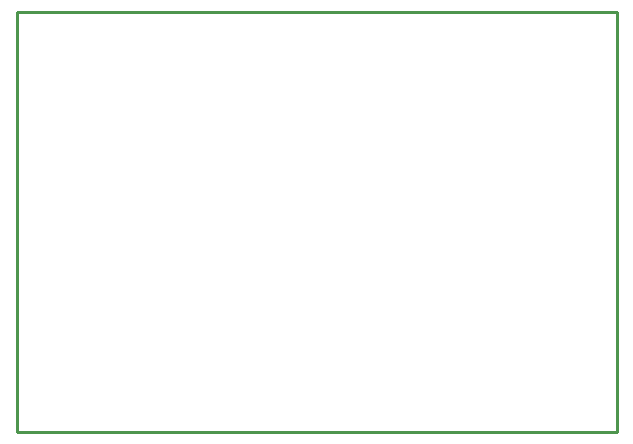
<source format=gbr>
G04 start of page 4 for group 2 idx 2 *
G04 Title: (unknown), outline *
G04 Creator: pcb 20140316 *
G04 CreationDate: Sun 30 Dec 2018 08:06:51 PM GMT UTC *
G04 For: railfan *
G04 Format: Gerber/RS-274X *
G04 PCB-Dimensions (mil): 2200.00 1600.00 *
G04 PCB-Coordinate-Origin: lower left *
%MOIN*%
%FSLAX25Y25*%
%LNOUTLINE*%
%ADD47C,0.0100*%
G54D47*X10000Y10000D02*Y150000D01*
X210000D02*Y10000D01*
X10000Y150000D02*X210000D01*
Y10000D02*X10000D01*
M02*

</source>
